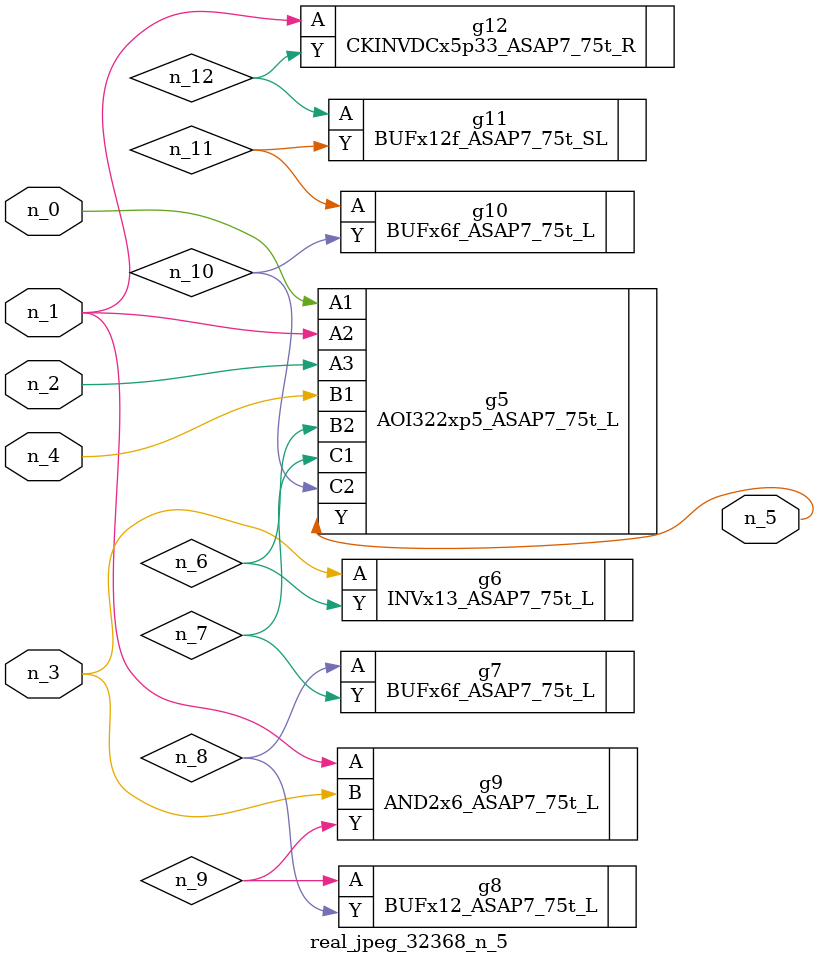
<source format=v>
module real_jpeg_32368_n_5 (n_4, n_0, n_1, n_2, n_3, n_5);

input n_4;
input n_0;
input n_1;
input n_2;
input n_3;

output n_5;

wire n_12;
wire n_8;
wire n_11;
wire n_6;
wire n_7;
wire n_10;
wire n_9;

AOI322xp5_ASAP7_75t_L g5 ( 
.A1(n_0),
.A2(n_1),
.A3(n_2),
.B1(n_4),
.B2(n_6),
.C1(n_7),
.C2(n_10),
.Y(n_5)
);

AND2x6_ASAP7_75t_L g9 ( 
.A(n_1),
.B(n_3),
.Y(n_9)
);

CKINVDCx5p33_ASAP7_75t_R g12 ( 
.A(n_1),
.Y(n_12)
);

INVx13_ASAP7_75t_L g6 ( 
.A(n_3),
.Y(n_6)
);

BUFx6f_ASAP7_75t_L g7 ( 
.A(n_8),
.Y(n_7)
);

BUFx12_ASAP7_75t_L g8 ( 
.A(n_9),
.Y(n_8)
);

BUFx6f_ASAP7_75t_L g10 ( 
.A(n_11),
.Y(n_10)
);

BUFx12f_ASAP7_75t_SL g11 ( 
.A(n_12),
.Y(n_11)
);


endmodule
</source>
